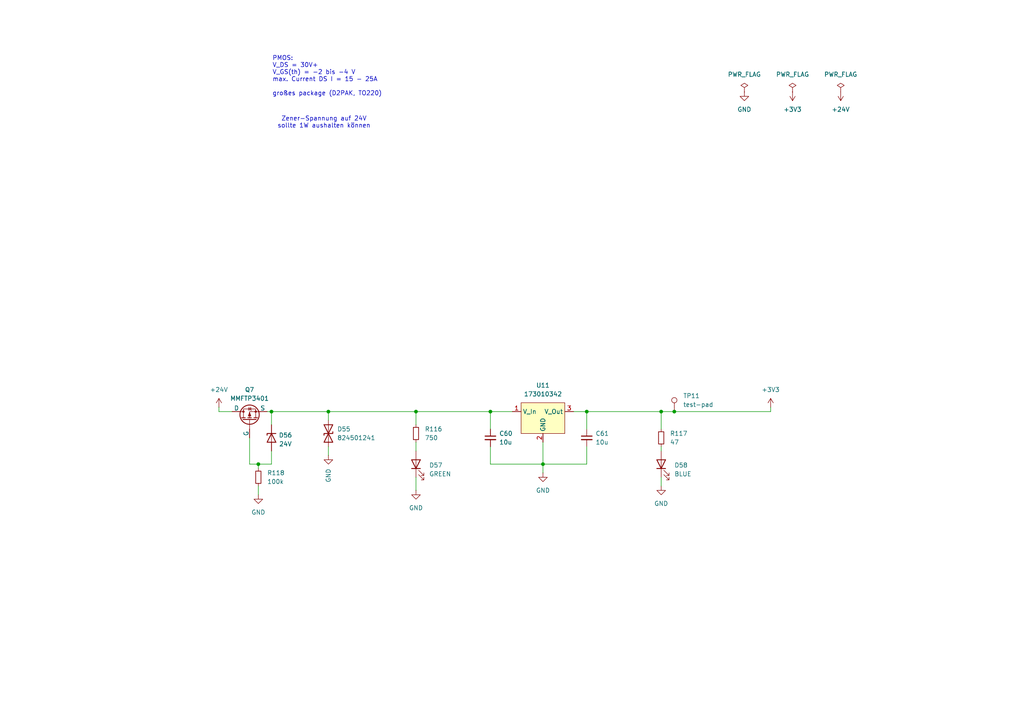
<source format=kicad_sch>
(kicad_sch (version 20231120) (generator "eeschema") (generator_version "8.0")
  (paper "A4")
  (title_block (title "PDU FT25") (date "2024-11-23") (rev "V1.1") (company "Janek Herm") (comment 1 "FaSTTUBe Electronics"))
  (lib_symbols
    (symbol "Connector:TestPoint" (pin_numbers hide) (pin_names (offset 0.762) hide)
      (property "Reference" "TP" (at 0 6.858 0))
      (property "Value" "TestPoint" (at 0 5.08 0))
      (symbol "TestPoint_0_1"
        (circle (center 0 3.302) (radius 0.762))
      )
      (symbol "TestPoint_1_1"
        (pin passive line (at 0 0 90) (length 2.54) (name "1") (number "1"))
      )
    )
    (symbol "Device:C_Small" (pin_numbers hide) (pin_names (offset 0.254) hide)
      (property "Reference" "C" (at 0.254 1.778 0))
      (property "Value" "C_Small" (at 0.254 -2.032 0))
      (symbol "C_Small_0_1"
        (polyline (pts (xy -1.524 -0.508) (xy 1.524 -0.508)) (stroke (width 0.3302)))
        (polyline (pts (xy -1.524 0.508) (xy 1.524 0.508)) (stroke (width 0.3048)))
      )
      (symbol "C_Small_1_1"
        (pin passive line (at 0 2.54 270) (length 2.032) (name "~") (number "1"))
        (pin passive line (at 0 -2.54 90) (length 2.032) (name "~") (number "2"))
      )
    )
    (symbol "Device:D_TVS" (pin_numbers hide) (pin_names (offset 1.016) hide)
      (property "Reference" "D" (at 0 2.54 0))
      (property "Value" "D_TVS" (at 0 -2.54 0))
      (symbol "D_TVS_0_1"
        (polyline (pts (xy 1.27 0) (xy -1.27 0)))
        (polyline (pts (xy 0.508 1.27) (xy 0 1.27) (xy 0 -1.27) (xy -0.508 -1.27)) (stroke (width 0.254)))
        (polyline (pts (xy -2.54 1.27) (xy -2.54 -1.27) (xy 2.54 1.27) (xy 2.54 -1.27) (xy -2.54 1.27)) (stroke (width 0.254)))
      )
      (symbol "D_TVS_1_1"
        (pin passive line (at -3.81 0 0) (length 2.54) (name "A1") (number "1"))
        (pin passive line (at 3.81 0 180) (length 2.54) (name "A2") (number "2"))
      )
    )
    (symbol "Device:D_Zener" (pin_numbers hide) (pin_names (offset 1.016) hide)
      (property "Reference" "D" (at 0 2.54 0))
      (property "Value" "D_Zener" (at 0 -2.54 0))
      (symbol "D_Zener_0_1"
        (polyline (pts (xy 1.27 0) (xy -1.27 0)))
        (polyline (pts (xy -1.27 -1.27) (xy -1.27 1.27) (xy -0.762 1.27)) (stroke (width 0.254)))
        (polyline (pts (xy 1.27 -1.27) (xy 1.27 1.27) (xy -1.27 0) (xy 1.27 -1.27)) (stroke (width 0.254)))
      )
      (symbol "D_Zener_1_1"
        (pin passive line (at -3.81 0 0) (length 2.54) (name "K") (number "1"))
        (pin passive line (at 3.81 0 180) (length 2.54) (name "A") (number "2"))
      )
    )
    (symbol "Device:LED" (pin_numbers hide) (pin_names (offset 1.016) hide)
      (property "Reference" "D" (at 0 2.54 0))
      (property "Value" "LED" (at 0 -2.54 0))
      (symbol "LED_0_1"
        (polyline (pts (xy -1.27 -1.27) (xy -1.27 1.27)) (stroke (width 0.254)))
        (polyline (pts (xy -1.27 0) (xy 1.27 0)))
        (polyline (pts (xy 1.27 -1.27) (xy 1.27 1.27) (xy -1.27 0) (xy 1.27 -1.27)) (stroke (width 0.254)))
        (polyline (pts (xy -3.048 -0.762) (xy -4.572 -2.286) (xy -3.81 -2.286) (xy -4.572 -2.286) (xy -4.572 -1.524)))
        (polyline (pts (xy -1.778 -0.762) (xy -3.302 -2.286) (xy -2.54 -2.286) (xy -3.302 -2.286) (xy -3.302 -1.524)))
      )
      (symbol "LED_1_1"
        (pin passive line (at -3.81 0 0) (length 2.54) (name "K") (number "1"))
        (pin passive line (at 3.81 0 180) (length 2.54) (name "A") (number "2"))
      )
    )
    (symbol "Device:R_Small" (pin_numbers hide) (pin_names (offset 0.254) hide)
      (property "Reference" "R" (at 0.762 0.508 0))
      (property "Value" "R_Small" (at 0.762 -1.016 0))
      (symbol "R_Small_0_1"
        (rectangle (start -0.762 1.778) (end 0.762 -1.778) (stroke (width 0.2032)))
      )
      (symbol "R_Small_1_1"
        (pin passive line (at 0 2.54 270) (length 0.762) (name "~") (number "1"))
        (pin passive line (at 0 -2.54 90) (length 0.762) (name "~") (number "2"))
      )
    )
    (symbol "FaSTTUBe_Voltage_Regulators:MagI3C-WPME-FDSM"
      (property "Reference" "U" (at 0 6.858 0))
      (property "Value" "WPME-FDSM" (at -0.254 4.826 0))
      (symbol "MagI3C-WPME-FDSM_1_1"
        (rectangle (start -6.35 3.81) (end 6.35 -5.08) (fill (type background)))
        (pin input line (at -8.89 1.27 0) (length 2.54) (name "V_In") (number "1"))
        (pin power_in line (at 0 -7.62 90) (length 2.54) (name "GND") (number "2"))
        (pin passive line (at 8.89 1.27 180) (length 2.54) (name "V_Out") (number "3"))
      )
    )
    (symbol "Simulation_SPICE:PMOS" (pin_numbers hide) (pin_names (offset 0))
      (property "Reference" "Q" (at 5.08 1.27 0))
      (property "Value" "PMOS" (at 5.08 -1.27 0))
      (symbol "PMOS_0_1"
        (polyline (pts (xy 0.254 0) (xy -2.54 0)))
        (polyline (pts (xy 0.254 1.905) (xy 0.254 -1.905)) (stroke (width 0.254)))
        (polyline (pts (xy 0.762 -1.27) (xy 0.762 -2.286)) (stroke (width 0.254)))
        (polyline (pts (xy 0.762 0.508) (xy 0.762 -0.508)) (stroke (width 0.254)))
        (polyline (pts (xy 0.762 2.286) (xy 0.762 1.27)) (stroke (width 0.254)))
        (polyline (pts (xy 2.54 2.54) (xy 2.54 1.778)))
        (polyline (pts (xy 2.54 -2.54) (xy 2.54 0) (xy 0.762 0)))
        (polyline (pts (xy 0.762 1.778) (xy 3.302 1.778) (xy 3.302 -1.778) (xy 0.762 -1.778)))
        (polyline (pts (xy 2.286 0) (xy 1.27 0.381) (xy 1.27 -0.381) (xy 2.286 0)) (fill (type outline)))
        (polyline (pts (xy 2.794 -0.508) (xy 2.921 -0.381) (xy 3.683 -0.381) (xy 3.81 -0.254)))
        (polyline (pts (xy 3.302 -0.381) (xy 2.921 0.254) (xy 3.683 0.254) (xy 3.302 -0.381)))
        (circle (center 1.651 0) (radius 2.794) (stroke (width 0.254)))
        (circle (center 2.54 -1.778) (radius 0.254) (fill (type outline)))
        (circle (center 2.54 1.778) (radius 0.254) (fill (type outline)))
      )
      (symbol "PMOS_1_1"
        (pin passive line (at 2.54 5.08 270) (length 2.54) (name "D") (number "1"))
        (pin input line (at -5.08 0 0) (length 2.54) (name "G") (number "2"))
        (pin passive line (at 2.54 -5.08 90) (length 2.54) (name "S") (number "3"))
      )
    )
    (symbol "power:+24V" (power) (pin_numbers hide) (pin_names (offset 0) hide)
      (property "Value" "+24V" (at 0 3.556 0))
      (symbol "+24V_0_1"
        (polyline (pts (xy -0.762 1.27) (xy 0 2.54)))
        (polyline (pts (xy 0 0) (xy 0 2.54)))
        (polyline (pts (xy 0 2.54) (xy 0.762 1.27)))
      )
      (symbol "+24V_1_1"
        (pin power_in line (at 0 0 90) (length 0) (name "~") (number "1"))
      )
    )
    (symbol "power:+3.3V" (power) (pin_numbers hide) (pin_names (offset 0) hide)
      (property "Value" "+3.3V" (at 0 3.556 0))
      (symbol "+3.3V_0_1"
        (polyline (pts (xy -0.762 1.27) (xy 0 2.54)))
        (polyline (pts (xy 0 0) (xy 0 2.54)))
        (polyline (pts (xy 0 2.54) (xy 0.762 1.27)))
      )
      (symbol "+3.3V_1_1"
        (pin power_in line (at 0 0 90) (length 0) (name "~") (number "1"))
      )
    )
    (symbol "power:GND" (power) (pin_numbers hide) (pin_names (offset 0) hide)
      (property "Value" "GND" (at 0 -3.81 0))
      (symbol "GND_0_1"
        (polyline (pts (xy 0 0) (xy 0 -1.27) (xy 1.27 -1.27) (xy 0 -2.54) (xy -1.27 -1.27) (xy 0 -1.27)))
      )
      (symbol "GND_1_1"
        (pin power_in line (at 0 0 270) (length 0) (name "~") (number "1"))
      )
    )
    (symbol "power:PWR_FLAG" (power) (pin_numbers hide) (pin_names (offset 0) hide)
      (property "Value" "PWR_FLAG" (at 0 3.81 0))
      (symbol "PWR_FLAG_0_0"
        (pin power_out line (at 0 0 90) (length 0) (name "~") (number "1"))
      )
      (symbol "PWR_FLAG_0_1"
        (polyline (pts (xy 0 0) (xy 0 1.27) (xy -1.016 1.905) (xy 0 2.54) (xy 1.016 1.905) (xy 0 1.27)))
      )
    )
  )
  (junction (at 95.25 119.38))
  (junction (at 157.48 134.62))
  (junction (at 142.24 119.38))
  (junction (at 195.58 119.38))
  (junction (at 120.65 119.38))
  (junction (at 191.77 119.38))
  (junction (at 78.74 119.38))
  (junction (at 170.18 119.38))
  (junction (at 74.93 134.62))
  (wire (pts (xy 142.24 134.62) (xy 157.48 134.62)))
  (wire (pts (xy 157.48 134.62) (xy 157.48 137.16)))
  (wire (pts (xy 142.24 119.38) (xy 148.59 119.38)))
  (wire (pts (xy 72.39 134.62) (xy 74.93 134.62)))
  (wire (pts (xy 142.24 119.38) (xy 142.24 124.46)))
  (wire (pts (xy 170.18 119.38) (xy 191.77 119.38)))
  (wire (pts (xy 157.48 128.27) (xy 157.48 134.62)))
  (wire (pts (xy 120.65 119.38) (xy 142.24 119.38)))
  (wire (pts (xy 74.93 135.89) (xy 74.93 134.62)))
  (wire (pts (xy 95.25 119.38) (xy 95.25 121.92)))
  (wire (pts (xy 72.39 127) (xy 72.39 134.62)))
  (wire (pts (xy 95.25 119.38) (xy 120.65 119.38)))
  (wire (pts (xy 74.93 140.97) (xy 74.93 143.51)))
  (wire (pts (xy 166.37 119.38) (xy 170.18 119.38)))
  (wire (pts (xy 63.5 119.38) (xy 67.31 119.38)))
  (wire (pts (xy 191.77 129.54) (xy 191.77 130.81)))
  (wire (pts (xy 170.18 119.38) (xy 170.18 124.46)))
  (wire (pts (xy 78.74 130.81) (xy 78.74 134.62)))
  (wire (pts (xy 120.65 138.43) (xy 120.65 142.24)))
  (wire (pts (xy 191.77 138.43) (xy 191.77 140.97)))
  (wire (pts (xy 170.18 129.54) (xy 170.18 134.62)))
  (wire (pts (xy 223.52 119.38) (xy 223.52 118.11)))
  (wire (pts (xy 120.65 128.27) (xy 120.65 130.81)))
  (wire (pts (xy 195.58 119.38) (xy 223.52 119.38)))
  (wire (pts (xy 63.5 119.38) (xy 63.5 118.11)))
  (wire (pts (xy 157.48 134.62) (xy 170.18 134.62)))
  (wire (pts (xy 95.25 132.08) (xy 95.25 129.54)))
  (wire (pts (xy 191.77 119.38) (xy 195.58 119.38)))
  (wire (pts (xy 78.74 134.62) (xy 74.93 134.62)))
  (wire (pts (xy 78.74 119.38) (xy 78.74 123.19)))
  (wire (pts (xy 120.65 119.38) (xy 120.65 123.19)))
  (wire (pts (xy 191.77 119.38) (xy 191.77 124.46)))
  (wire (pts (xy 77.47 119.38) (xy 78.74 119.38)))
  (wire (pts (xy 78.74 119.38) (xy 95.25 119.38)))
  (wire (pts (xy 142.24 129.54) (xy 142.24 134.62)))
  (text "Zener-Spannung auf 24V\nsollte 1W aushalten können" (at 93.98 35.56 0) (effects (font (size 1.27 1.27))))
  (text "PMOS:\nV_DS = 30V+\nV_GS(th) = -2 bis -4 V\nmax. Current DS I = 15 - 25A\n\ngroßes package (D2PAK, TO220)" (at 78.994 22.098 0) (effects (font (size 1.27 1.27)) (justify left)))
  (symbol (lib_id "Device:R_Small") (at 74.93 138.43 0) (unit 1)
    (property "Reference" "R118" (at 77.47 137.1599 0) (effects (justify left)))
    (property "Value" "100k" (at 77.47 139.6999 0) (effects (justify left)))
    (property "Footprint" "Resistor_SMD:R_0603_1608Metric_Pad0.98x0.95mm_HandSolder" (effects (hide yes)))
    (property "Description" "Resistor, small symbol" (effects (hide yes)))
  )
  (symbol (lib_id "power:PWR_FLAG") (at 243.84 26.67 0) (unit 1)
    (property "Reference" "#FLG03" (effects (hide yes)))
    (property "Value" "PWR_FLAG" (at 243.84 21.59 0))
    (property "Description" "Special symbol for telling ERC where power comes from" (effects (hide yes)))
  )
  (symbol (lib_id "power:+3.3V") (at 223.52 118.11 0) (unit 1)
    (property "Reference" "#PWR0172" (effects (hide yes)))
    (property "Value" "+3V3" (at 223.52 113.03 0))
    (property "Description" "Power symbol creates a global label with name \"+3.3V\"" (effects (hide yes)))
  )
  (symbol (lib_id "Device:LED") (at 120.65 134.62 90) (unit 1)
    (property "Reference" "D57" (at 124.46 134.9374 90) (effects (justify right)))
    (property "Value" "GREEN" (at 124.46 137.4774 90) (effects (justify right)))
    (property "Footprint" "LED_SMD:LED_0603_1608Metric" (effects (hide yes)))
    (property "Datasheet" "https://www.we-online.com/components/products/datasheet/150060VS75000.pdf" (effects (hide yes)))
    (property "Description" "Light emitting diode" (effects (hide yes)))
    (property "MPR" "150060VS75000" (effects (hide yes)))
  )
  (symbol (lib_id "Simulation_SPICE:PMOS") (at 72.39 121.92 90) (unit 1)
    (property "Reference" "Q7" (at 72.39 113.03 90))
    (property "Value" "MMFTP3401" (at 72.39 115.57 90))
    (property "Footprint" "Package_TO_SOT_SMD:SOT-23" (effects (hide yes)))
    (property "Datasheet" "https://diotec.com/request/datasheet/mmftp3401.pdf" (effects (hide yes)))
    (property "Description" "P-MOSFET transistor, drain/source/gate" (effects (hide yes)))
    (property "Sim.Device" "PMOS" (effects (hide yes)))
    (property "Sim.Type" "VDMOS" (effects (hide yes)))
    (property "Sim.Pins" "1=D 2=G 3=S" (effects (hide yes)))
  )
  (symbol (lib_id "power:PWR_FLAG") (at 215.9 26.67 0) (unit 1)
    (property "Reference" "#FLG01" (effects (hide yes)))
    (property "Value" "PWR_FLAG" (at 215.9 21.59 0))
    (property "Description" "Special symbol for telling ERC where power comes from" (effects (hide yes)))
  )
  (symbol (lib_id "Device:D_Zener") (at 78.74 127 90) (mirror x) (unit 1)
    (property "Reference" "D56" (at 82.804 126.238 90))
    (property "Value" "24V" (at 82.804 128.778 90))
    (property "Footprint" "3SMAJ5934B-TP:DIOM5226X244N" (effects (hide yes)))
    (property "Datasheet" "https://www.mouser.de/datasheet/2/258/3SMAJ5918B_3SMAJ5956B_SMA_-3423242.pdf" (effects (hide yes)))
    (property "Description" "Zener diode" (effects (hide yes)))
    (property "MPR" "3SMAJ5934B-TP" (effects (hide yes)))
  )
  (symbol (lib_id "Device:C_Small") (at 142.24 127 0) (unit 1)
    (property "Reference" "C60" (at 144.78 125.7362 0) (effects (justify left)))
    (property "Value" "10u" (at 144.78 128.2762 0) (effects (justify left)))
    (property "Footprint" "Capacitor_SMD:C_1206_3216Metric_Pad1.33x1.80mm_HandSolder" (effects (hide yes)))
    (property "Description" "50V, X5R" (effects (hide yes)))
  )
  (symbol (lib_id "power:GND") (at 74.93 143.51 0) (unit 1)
    (property "Reference" "#PWR0177" (effects (hide yes)))
    (property "Value" "GND" (at 74.93 148.59 0))
    (property "Description" "Power symbol creates a global label with name \"GND\" , ground" (effects (hide yes)))
  )
  (symbol (lib_id "power:+3.3V") (at 229.87 26.67 180) (unit 1)
    (property "Reference" "#PWR0169" (effects (hide yes)))
    (property "Value" "+3V3" (at 229.87 31.75 0))
    (property "Description" "Power symbol creates a global label with name \"+3.3V\"" (effects (hide yes)))
  )
  (symbol (lib_id "power:GND") (at 215.9 26.67 0) (unit 1)
    (property "Reference" "#PWR0168" (effects (hide yes)))
    (property "Value" "GND" (at 215.9 31.75 0))
    (property "Description" "Power symbol creates a global label with name \"GND\" , ground" (effects (hide yes)))
  )
  (symbol (lib_id "power:PWR_FLAG") (at 229.87 26.67 0) (unit 1)
    (property "Reference" "#FLG02" (effects (hide yes)))
    (property "Value" "PWR_FLAG" (at 229.87 21.59 0))
    (property "Description" "Special symbol for telling ERC where power comes from" (effects (hide yes)))
  )
  (symbol (lib_id "power:GND") (at 120.65 142.24 0) (unit 1)
    (property "Reference" "#PWR0176" (effects (hide yes)))
    (property "Value" "GND" (at 120.65 147.32 0))
    (property "Description" "Power symbol creates a global label with name \"GND\" , ground" (effects (hide yes)))
  )
  (symbol (lib_id "Device:D_TVS") (at 95.25 125.73 90) (mirror x) (unit 1)
    (property "Reference" "D55" (at 97.79 124.4599 90) (effects (justify right)))
    (property "Value" "824501241" (at 97.79 126.9999 90) (effects (justify right)))
    (property "Footprint" "824501241:DIOM5127X250N" (effects (hide yes)))
    (property "Datasheet" "https://www.we-online.com/components/products/datasheet/824501241.pdf" (effects (hide yes)))
    (property "Description" "Bidirectional transient-voltage-suppression diode" (effects (hide yes)))
  )
  (symbol (lib_id "Device:LED") (at 191.77 134.62 90) (unit 1)
    (property "Reference" "D58" (at 195.58 134.9374 90) (effects (justify right)))
    (property "Value" "BLUE" (at 195.58 137.4774 90) (effects (justify right)))
    (property "Footprint" "LED_SMD:LED_0603_1608Metric" (effects (hide yes)))
    (property "Datasheet" "https://www.we-online.com/components/products/datasheet/150060BS75000.pdf" (effects (hide yes)))
    (property "Description" "Light emitting diode" (effects (hide yes)))
    (property "MPR" "150060BS75000" (effects (hide yes)))
  )
  (symbol (lib_id "Connector:TestPoint") (at 195.58 119.38 0) (unit 1)
    (property "Reference" "TP11" (at 198.12 114.8079 0) (effects (justify left)))
    (property "Value" "test-pad" (at 198.12 117.3479 0) (effects (justify left)))
    (property "Footprint" "5025:5025" (effects (hide yes)))
    (property "Description" "test point" (effects (hide yes)))
  )
  (symbol (lib_id "power:+24V") (at 243.84 26.67 180) (unit 1)
    (property "Reference" "#PWR0170" (effects (hide yes)))
    (property "Value" "+24V" (at 243.84 31.75 0))
    (property "Description" "Power symbol creates a global label with name \"+24V\"" (effects (hide yes)))
  )
  (symbol (lib_id "power:+24V") (at 63.5 118.11 0) (unit 1)
    (property "Reference" "#PWR0171" (effects (hide yes)))
    (property "Value" "+24V" (at 63.5 113.03 0))
    (property "Description" "Power symbol creates a global label with name \"+24V\"" (effects (hide yes)))
  )
  (symbol (lib_id "FaSTTUBe_Voltage_Regulators:MagI3C-WPME-FDSM") (at 157.48 120.65 0) (unit 1)
    (property "Reference" "U11" (at 157.48 111.76 0))
    (property "Value" "173010342" (at 157.48 114.3 0))
    (property "Footprint" "173010342:173010342" (effects (hide yes)))
    (property "Datasheet" "https://www.we-online.com/components/products/datasheet/173010342.pdf" (effects (hide yes)))
  )
  (symbol (lib_id "Device:R_Small") (at 120.65 125.73 0) (unit 1)
    (property "Reference" "R116" (at 123.19 124.4599 0) (effects (justify left)))
    (property "Value" "750" (at 123.19 126.9999 0) (effects (justify left)))
    (property "Footprint" "Resistor_SMD:R_0603_1608Metric_Pad0.98x0.95mm_HandSolder" (effects (hide yes)))
    (property "Description" "Resistor, small symbol" (effects (hide yes)))
  )
  (symbol (lib_id "power:GND") (at 95.25 132.08 0) (mirror y) (unit 1)
    (property "Reference" "#PWR0173" (effects (hide yes)))
    (property "Value" "GND" (at 95.2501 135.89 90) (effects (justify right)))
    (property "Description" "Power symbol creates a global label with name \"GND\" , ground" (effects (hide yes)))
  )
  (symbol (lib_id "Device:C_Small") (at 170.18 127 0) (unit 1)
    (property "Reference" "C61" (at 172.72 125.7362 0) (effects (justify left)))
    (property "Value" "10u" (at 172.72 128.2762 0) (effects (justify left)))
    (property "Footprint" "Capacitor_SMD:C_1206_3216Metric_Pad1.33x1.80mm_HandSolder" (effects (hide yes)))
    (property "Description" "50V, X5R" (effects (hide yes)))
  )
  (symbol (lib_id "Device:R_Small") (at 191.77 127 0) (unit 1)
    (property "Reference" "R117" (at 194.31 125.7299 0) (effects (justify left)))
    (property "Value" "47" (at 194.31 128.2699 0) (effects (justify left)))
    (property "Footprint" "Resistor_SMD:R_0603_1608Metric_Pad0.98x0.95mm_HandSolder" (effects (hide yes)))
    (property "Description" "Resistor, small symbol" (effects (hide yes)))
  )
  (symbol (lib_id "power:GND") (at 191.77 140.97 0) (unit 1)
    (property "Reference" "#PWR0175" (effects (hide yes)))
    (property "Value" "GND" (at 191.77 146.05 0))
    (property "Description" "Power symbol creates a global label with name \"GND\" , ground" (effects (hide yes)))
  )
  (symbol (lib_id "power:GND") (at 157.48 137.16 0) (unit 1)
    (property "Reference" "#PWR0174" (effects (hide yes)))
    (property "Value" "GND" (at 157.48 142.24 0))
    (property "Description" "Power symbol creates a global label with name \"GND\" , ground" (effects (hide yes)))
  )
)
</source>
